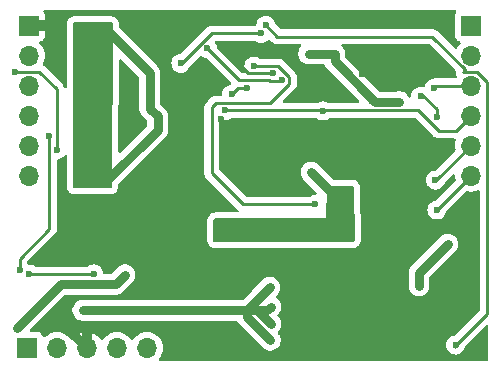
<source format=gbl>
%TF.GenerationSoftware,KiCad,Pcbnew,8.0.4*%
%TF.CreationDate,2025-01-10T16:33:03-05:00*%
%TF.ProjectId,X17-Data-Conversion,5831372d-4461-4746-912d-436f6e766572,rev?*%
%TF.SameCoordinates,Original*%
%TF.FileFunction,Copper,L2,Bot*%
%TF.FilePolarity,Positive*%
%FSLAX46Y46*%
G04 Gerber Fmt 4.6, Leading zero omitted, Abs format (unit mm)*
G04 Created by KiCad (PCBNEW 8.0.4) date 2025-01-10 16:33:03*
%MOMM*%
%LPD*%
G01*
G04 APERTURE LIST*
%TA.AperFunction,ComponentPad*%
%ADD10O,1.700000X1.700000*%
%TD*%
%TA.AperFunction,ComponentPad*%
%ADD11R,1.700000X1.700000*%
%TD*%
%TA.AperFunction,ViaPad*%
%ADD12C,0.600000*%
%TD*%
%TA.AperFunction,Conductor*%
%ADD13C,0.762000*%
%TD*%
%TA.AperFunction,Conductor*%
%ADD14C,0.254000*%
%TD*%
%TA.AperFunction,Conductor*%
%ADD15C,0.200000*%
%TD*%
G04 APERTURE END LIST*
D10*
%TO.P,J4,12,Pin_12*%
%TO.N,A-*%
X180272500Y-80540000D03*
%TO.P,J4,11,Pin_11*%
%TO.N,A+*%
X180272500Y-78000000D03*
%TO.P,J4,10,Pin_10*%
%TO.N,NRST_PSB*%
X180272500Y-75460000D03*
%TO.P,J4,9,Pin_9*%
%TO.N,I2C1_SCL*%
X180272500Y-72920000D03*
%TO.P,J4,8,Pin_8*%
%TO.N,GND*%
X180272500Y-70380000D03*
D11*
%TO.P,J4,7,Pin_7*%
%TO.N,5V*%
X180272500Y-67840000D03*
D10*
%TO.P,J4,6,Pin_6*%
%TO.N,PG*%
X142847500Y-80540000D03*
%TO.P,J4,5,Pin_5*%
%TO.N,ALERT1*%
X142847500Y-78000000D03*
%TO.P,J4,4,Pin_4*%
%TO.N,unconnected-(J4-Pin_4-Pad4)*%
X142847500Y-75460000D03*
%TO.P,J4,3,Pin_3*%
%TO.N,unconnected-(J4-Pin_3-Pad3)*%
X142847500Y-72920000D03*
%TO.P,J4,2,Pin_2*%
%TO.N,I2C1_SDA*%
X142847500Y-70380000D03*
D11*
%TO.P,J4,1,Pin_1*%
%TO.N,GND*%
X142847500Y-67840000D03*
%TD*%
%TO.P,J1,1,Pin_1*%
%TO.N,3.3V*%
X142680000Y-95120000D03*
D10*
%TO.P,J1,2,Pin_2*%
%TO.N,SWCLK*%
X145220000Y-95120000D03*
%TO.P,J1,3,Pin_3*%
%TO.N,GND*%
X147760000Y-95120000D03*
%TO.P,J1,4,Pin_4*%
%TO.N,SWDIO*%
X150300000Y-95120000D03*
%TO.P,J1,5,Pin_5*%
%TO.N,NRST_PSB*%
X152840000Y-95120000D03*
%TD*%
D12*
%TO.N,GND*%
X145100000Y-67830000D03*
%TO.N,3.3V*%
X141830000Y-93430000D03*
%TO.N,SWDIO*%
X141710000Y-71790000D03*
%TO.N,SWCLK*%
X144580000Y-77200000D03*
%TO.N,NRST_PSB*%
X167720000Y-75067000D03*
X159483000Y-75030000D03*
%TO.N,3.3V*%
X168730000Y-70260000D03*
X171920000Y-74250000D03*
X166740000Y-80270000D03*
X166520000Y-70210000D03*
X174190000Y-74270000D03*
X168480000Y-81850000D03*
X149400000Y-81010000D03*
X153735300Y-75515300D03*
X158820000Y-85890000D03*
X147060000Y-81000000D03*
X147080000Y-68090000D03*
X169950000Y-81840000D03*
X158830000Y-85250000D03*
X150980000Y-88950000D03*
X169150000Y-81860000D03*
X149350000Y-68150000D03*
X148170000Y-81010000D03*
X158830000Y-84580000D03*
X148160000Y-68130000D03*
X173030000Y-74310000D03*
%TO.N,SWCLK*%
X160019439Y-73640561D03*
X142050176Y-88561792D03*
X161269303Y-73116999D03*
%TO.N,SWDIO*%
X157950000Y-69780000D03*
X164280000Y-72490000D03*
%TO.N,5V*%
X147410000Y-91960000D03*
X163257000Y-89978264D03*
X163310000Y-91630000D03*
X175867000Y-89870682D03*
X163290000Y-94480000D03*
X178290000Y-86330000D03*
X163310000Y-93080000D03*
%TO.N,USART1_RX*%
X161885352Y-71264999D03*
X167090000Y-82970000D03*
%TO.N,USART1_DE*%
X177410000Y-75560000D03*
X176020000Y-73813000D03*
%TO.N,USART1_TX*%
X162900089Y-67803101D03*
X178967000Y-94888264D03*
%TO.N,A+*%
X177270000Y-80920000D03*
%TO.N,A-*%
X177380000Y-83450000D03*
%TO.N,I2C1_SCL*%
X177140000Y-73140000D03*
%TO.N,ALERT1*%
X162490000Y-68490000D03*
X155710000Y-71040000D03*
%TO.N,GND*%
X163500000Y-71891999D03*
X161680000Y-67070000D03*
X148867500Y-85460000D03*
X156160000Y-74047001D03*
X175827000Y-94109264D03*
X145670000Y-92690000D03*
X160610000Y-71110000D03*
X161070000Y-80180000D03*
X180315000Y-89865000D03*
X150960000Y-75180000D03*
X177020000Y-70780000D03*
X171055000Y-71955000D03*
X151200000Y-81280000D03*
X159070000Y-75760000D03*
%TO.N,SWDIO*%
X148340000Y-88860000D03*
X145210000Y-78350000D03*
X142860000Y-88870000D03*
%TD*%
D13*
%TO.N,GND*%
X145090000Y-67840000D02*
X145080000Y-67840000D01*
X145100000Y-67830000D02*
X145090000Y-67840000D01*
X145070000Y-67840000D02*
X145100000Y-67830000D01*
X142847500Y-67840000D02*
X145070000Y-67840000D01*
%TO.N,3.3V*%
X145538998Y-89741002D02*
X141850000Y-93430000D01*
X141850000Y-93430000D02*
X141830000Y-93430000D01*
X141830000Y-93450000D02*
X141830000Y-93430000D01*
D14*
%TO.N,SWCLK*%
X144583000Y-77197000D02*
X144583000Y-77195500D01*
X144580000Y-77200000D02*
X144583000Y-77197000D01*
X144583000Y-77203000D02*
X144580000Y-77200000D01*
%TO.N,NRST_PSB*%
X177449000Y-76650000D02*
X177460000Y-76650000D01*
X177460000Y-76650000D02*
X177570224Y-76760224D01*
X177570224Y-76760224D02*
X178972276Y-76760224D01*
X159483000Y-75030000D02*
X175829000Y-75030000D01*
X175829000Y-75030000D02*
X177449000Y-76650000D01*
X178972276Y-76760224D02*
X180272500Y-75460000D01*
X159483000Y-75030000D02*
X159473000Y-75040000D01*
D13*
%TO.N,3.3V*%
X173030000Y-74310000D02*
X174150000Y-74310000D01*
X166520000Y-70210000D02*
X168680000Y-70210000D01*
X168320000Y-81850000D02*
X166740000Y-80270000D01*
X153735300Y-76674700D02*
X149400000Y-81010000D01*
X168730000Y-70875923D02*
X172164077Y-74310000D01*
X174150000Y-74310000D02*
X174190000Y-74270000D01*
X168680000Y-70210000D02*
X168730000Y-70260000D01*
X141830000Y-93450000D02*
X141830000Y-93450000D01*
X172164077Y-74310000D02*
X173030000Y-74310000D01*
X150188998Y-89741002D02*
X150980000Y-88950000D01*
X145538998Y-89741002D02*
X150188998Y-89741002D01*
X153735300Y-75515300D02*
X153089000Y-74869000D01*
X168730000Y-70260000D02*
X168730000Y-70875923D01*
X168480000Y-81850000D02*
X168320000Y-81850000D01*
X153735300Y-75515300D02*
X153735300Y-76674700D01*
X153089000Y-74869000D02*
X153089000Y-71889000D01*
X153089000Y-71889000D02*
X149350000Y-68150000D01*
D14*
%TO.N,SWCLK*%
X144583000Y-85028614D02*
X144583000Y-77203000D01*
X161269303Y-73116999D02*
X160543001Y-73116999D01*
X160543001Y-73116999D02*
X160019439Y-73640561D01*
X142050176Y-87561438D02*
X144583000Y-85028614D01*
X142050176Y-88561792D02*
X142050176Y-87561438D01*
%TO.N,SWDIO*%
X164280000Y-72490000D02*
X164130000Y-72490000D01*
X163240288Y-72518999D02*
X164251001Y-72518999D01*
X157950000Y-69780000D02*
X160659999Y-72489999D01*
X163211288Y-72489999D02*
X163240288Y-72518999D01*
X160659999Y-72489999D02*
X163211288Y-72489999D01*
X164251001Y-72518999D02*
X164280000Y-72490000D01*
D13*
%TO.N,5V*%
X162307000Y-90938264D02*
X163237000Y-90008264D01*
X162980000Y-91960000D02*
X163310000Y-91630000D01*
X162190000Y-91960000D02*
X163310000Y-93080000D01*
X161285264Y-92475264D02*
X163290000Y-94480000D01*
X161285264Y-91960000D02*
X162980000Y-91960000D01*
X161285264Y-91960000D02*
X161285264Y-92475264D01*
X161285264Y-91960000D02*
X162190000Y-91960000D01*
X175867000Y-89870682D02*
X175867000Y-88753000D01*
X161285264Y-91960000D02*
X162307000Y-90938264D01*
X175867000Y-88753000D02*
X178290000Y-86330000D01*
X147410000Y-91960000D02*
X161285264Y-91960000D01*
D14*
%TO.N,USART1_RX*%
X164907000Y-72230288D02*
X164907000Y-72749712D01*
X158323000Y-74770288D02*
X158323000Y-80323000D01*
X164907000Y-72749712D02*
X163253712Y-74403000D01*
X158323000Y-80323000D02*
X160970000Y-82970000D01*
X160970000Y-82970000D02*
X167090000Y-82970000D01*
X161885352Y-71264999D02*
X163941711Y-71264999D01*
X163941711Y-71264999D02*
X164907000Y-72230288D01*
X158690288Y-74403000D02*
X158323000Y-74770288D01*
X163253712Y-74403000D02*
X158690288Y-74403000D01*
%TO.N,USART1_DE*%
X177360000Y-74920000D02*
X177360000Y-75510000D01*
X177360000Y-75510000D02*
X177410000Y-75560000D01*
X176020000Y-73813000D02*
X176253000Y-73813000D01*
X176253000Y-73813000D02*
X177360000Y-74920000D01*
%TO.N,USART1_TX*%
X163866988Y-68770000D02*
X176997970Y-68770000D01*
X181623000Y-72605970D02*
X181623000Y-92232264D01*
X180760030Y-71743000D02*
X181623000Y-72605970D01*
X178947000Y-94908264D02*
X178967000Y-94888264D01*
X176997970Y-68770000D02*
X179760000Y-71532030D01*
X178947000Y-95061264D02*
X178947000Y-94908264D01*
X179760000Y-71576000D02*
X179593000Y-71743000D01*
X181623000Y-92232264D02*
X178967000Y-94888264D01*
X162900089Y-67803101D02*
X163866988Y-68770000D01*
X179760000Y-71532030D02*
X179760000Y-71576000D01*
X179593000Y-71743000D02*
X180760030Y-71743000D01*
%TO.N,A+*%
X177352500Y-80920000D02*
X180272500Y-78000000D01*
X177270000Y-80920000D02*
X177352500Y-80920000D01*
%TO.N,A-*%
X180272500Y-80557500D02*
X180272500Y-80540000D01*
X177380000Y-83450000D02*
X180272500Y-80557500D01*
%TO.N,I2C1_SCL*%
X177140000Y-73140000D02*
X177360000Y-72920000D01*
X177360000Y-72920000D02*
X180272500Y-72920000D01*
%TO.N,ALERT1*%
X158353288Y-68490000D02*
X162490000Y-68490000D01*
X155710000Y-71040000D02*
X155803288Y-71040000D01*
X155803288Y-71040000D02*
X158353288Y-68490000D01*
%TO.N,GND*%
X161070000Y-77760000D02*
X161070000Y-80180000D01*
D13*
X147760000Y-95120000D02*
X146329000Y-93689000D01*
D14*
X163500000Y-71891999D02*
X161391999Y-71891999D01*
D13*
X146329000Y-93349000D02*
X145670000Y-92690000D01*
X146329000Y-93689000D02*
X146329000Y-93349000D01*
D14*
X161391999Y-71891999D02*
X160610000Y-71110000D01*
D13*
X142847500Y-67840000D02*
X142950000Y-67840000D01*
D14*
X159070000Y-75760000D02*
X161070000Y-77760000D01*
D15*
%TO.N,SWDIO*%
X142870000Y-88860000D02*
X142860000Y-88870000D01*
D14*
X148330000Y-88870000D02*
X142860000Y-88870000D01*
X148340000Y-88860000D02*
X148330000Y-88870000D01*
X148340000Y-88860000D02*
X148340000Y-88710000D01*
X145210000Y-75300000D02*
X145210000Y-73220000D01*
X145210000Y-78350000D02*
X145210000Y-75320000D01*
X141757000Y-71743000D02*
X141710000Y-71790000D01*
X145210000Y-73220000D02*
X143733000Y-71743000D01*
X143733000Y-71743000D02*
X141757000Y-71743000D01*
%TD*%
%TA.AperFunction,Conductor*%
%TO.N,GND*%
G36*
X178983051Y-66520185D02*
G01*
X179028806Y-66572989D01*
X179038750Y-66642147D01*
X179015279Y-66698811D01*
X178978704Y-66747668D01*
X178978702Y-66747671D01*
X178928408Y-66882517D01*
X178922001Y-66942116D01*
X178922000Y-66942135D01*
X178922000Y-68737870D01*
X178922001Y-68737876D01*
X178928408Y-68797483D01*
X178978702Y-68932328D01*
X178978706Y-68932335D01*
X179064952Y-69047544D01*
X179064955Y-69047547D01*
X179180164Y-69133793D01*
X179180171Y-69133797D01*
X179242402Y-69157007D01*
X179312098Y-69183002D01*
X179368031Y-69224873D01*
X179392449Y-69290337D01*
X179377598Y-69358610D01*
X179356447Y-69386865D01*
X179234386Y-69508926D01*
X179098900Y-69702420D01*
X179098898Y-69702424D01*
X179084349Y-69733624D01*
X179038175Y-69786063D01*
X178970981Y-69805213D01*
X178904101Y-69784996D01*
X178884287Y-69768898D01*
X177397983Y-68282593D01*
X177397977Y-68282588D01*
X177378021Y-68269254D01*
X177295209Y-68213920D01*
X177295196Y-68213913D01*
X177261755Y-68200062D01*
X177181005Y-68166614D01*
X177180997Y-68166612D01*
X177059777Y-68142500D01*
X177059773Y-68142500D01*
X164178269Y-68142500D01*
X164111230Y-68122815D01*
X164090588Y-68106181D01*
X163725941Y-67741534D01*
X163692456Y-67680211D01*
X163690403Y-67667749D01*
X163685457Y-67623846D01*
X163625878Y-67453579D01*
X163529905Y-67300839D01*
X163402351Y-67173285D01*
X163372348Y-67154433D01*
X163249612Y-67077312D01*
X163079343Y-67017732D01*
X163079338Y-67017731D01*
X162900093Y-66997536D01*
X162900085Y-66997536D01*
X162720839Y-67017731D01*
X162720834Y-67017732D01*
X162550565Y-67077312D01*
X162397826Y-67173285D01*
X162270273Y-67300838D01*
X162174299Y-67453579D01*
X162114719Y-67623851D01*
X162102423Y-67732983D01*
X162075356Y-67797397D01*
X162045177Y-67824091D01*
X162014302Y-67843492D01*
X161948328Y-67862500D01*
X158291480Y-67862500D01*
X158170261Y-67886611D01*
X158170261Y-67886612D01*
X158170258Y-67886613D01*
X158170254Y-67886614D01*
X158103358Y-67914323D01*
X158103356Y-67914323D01*
X158056056Y-67933916D01*
X158056052Y-67933918D01*
X158000937Y-67970745D01*
X158000937Y-67970746D01*
X157953277Y-68002590D01*
X155753566Y-70202301D01*
X155692243Y-70235786D01*
X155679769Y-70237840D01*
X155530749Y-70254630D01*
X155530745Y-70254631D01*
X155360476Y-70314211D01*
X155207737Y-70410184D01*
X155080184Y-70537737D01*
X154984211Y-70690476D01*
X154924631Y-70860745D01*
X154924630Y-70860750D01*
X154904435Y-71039996D01*
X154904435Y-71040003D01*
X154924630Y-71219249D01*
X154924631Y-71219254D01*
X154984211Y-71389523D01*
X155080184Y-71542262D01*
X155207738Y-71669816D01*
X155360478Y-71765789D01*
X155530745Y-71825368D01*
X155530750Y-71825369D01*
X155709996Y-71845565D01*
X155710000Y-71845565D01*
X155710004Y-71845565D01*
X155889249Y-71825369D01*
X155889252Y-71825368D01*
X155889255Y-71825368D01*
X156059522Y-71765789D01*
X156212262Y-71669816D01*
X156339816Y-71542262D01*
X156435789Y-71389522D01*
X156477363Y-71270708D01*
X156506721Y-71223984D01*
X157299916Y-70430789D01*
X157361237Y-70397306D01*
X157430929Y-70402290D01*
X157453567Y-70413479D01*
X157600473Y-70505787D01*
X157600477Y-70505788D01*
X157600478Y-70505789D01*
X157770745Y-70565368D01*
X157814635Y-70570313D01*
X157879048Y-70597378D01*
X157888433Y-70605852D01*
X159925567Y-72642986D01*
X159959052Y-72704309D01*
X159954068Y-72774001D01*
X159912196Y-72829934D01*
X159851775Y-72853886D01*
X159840184Y-72855193D01*
X159669917Y-72914771D01*
X159517176Y-73010745D01*
X159389623Y-73138298D01*
X159293650Y-73291037D01*
X159234070Y-73461306D01*
X159234069Y-73461311D01*
X159213874Y-73640557D01*
X159213874Y-73647525D01*
X159211806Y-73647525D01*
X159201489Y-73706435D01*
X159154142Y-73757816D01*
X159090322Y-73775500D01*
X158628480Y-73775500D01*
X158507261Y-73799612D01*
X158507249Y-73799615D01*
X158468973Y-73815469D01*
X158468974Y-73815470D01*
X158393056Y-73846916D01*
X158393052Y-73846918D01*
X158324906Y-73892451D01*
X158324907Y-73892452D01*
X158290277Y-73915590D01*
X158290274Y-73915593D01*
X158008572Y-74197297D01*
X157922992Y-74282877D01*
X157890607Y-74315262D01*
X157835586Y-74370282D01*
X157835585Y-74370284D01*
X157766233Y-74474077D01*
X157764586Y-74478681D01*
X157719614Y-74587252D01*
X157719612Y-74587260D01*
X157701070Y-74680479D01*
X157695500Y-74708480D01*
X157695500Y-80384807D01*
X157719612Y-80506028D01*
X157719613Y-80506032D01*
X157719614Y-80506035D01*
X157733683Y-80540000D01*
X157746308Y-80570478D01*
X157766915Y-80620229D01*
X157766920Y-80620238D01*
X157823875Y-80705477D01*
X157823874Y-80705477D01*
X157835586Y-80723005D01*
X157835594Y-80723014D01*
X160482589Y-83370008D01*
X160562577Y-83449996D01*
X160565400Y-83452819D01*
X160598884Y-83514143D01*
X160593900Y-83583834D01*
X160552028Y-83639768D01*
X160486563Y-83664184D01*
X160477718Y-83664500D01*
X158584000Y-83664500D01*
X158583991Y-83664500D01*
X158583990Y-83664501D01*
X158476549Y-83676052D01*
X158476537Y-83676054D01*
X158425027Y-83687260D01*
X158322502Y-83721383D01*
X158322496Y-83721386D01*
X158201462Y-83799171D01*
X158201451Y-83799179D01*
X158148659Y-83844923D01*
X158054433Y-83953664D01*
X158054430Y-83953668D01*
X157994664Y-84084534D01*
X157974976Y-84151582D01*
X157954500Y-84294001D01*
X157954500Y-86026205D01*
X157965962Y-86133247D01*
X157977082Y-86184570D01*
X158010949Y-86286749D01*
X158010950Y-86286753D01*
X158055208Y-86355873D01*
X158088535Y-86407922D01*
X158088540Y-86407927D01*
X158088543Y-86407932D01*
X158134197Y-86460798D01*
X158134199Y-86460799D01*
X158134201Y-86460802D01*
X158242780Y-86555205D01*
X158373558Y-86615194D01*
X158373560Y-86615194D01*
X158373561Y-86615195D01*
X158380176Y-86617149D01*
X158429975Y-86631862D01*
X158436345Y-86634378D01*
X158440566Y-86634992D01*
X158573877Y-86654386D01*
X158596968Y-86660049D01*
X158640745Y-86675368D01*
X158640749Y-86675368D01*
X158640751Y-86675369D01*
X158819996Y-86695565D01*
X158820000Y-86695565D01*
X158820004Y-86695565D01*
X158999249Y-86675369D01*
X158999250Y-86675368D01*
X158999255Y-86675368D01*
X159033212Y-86663485D01*
X159074369Y-86656527D01*
X170112904Y-86674986D01*
X170293632Y-86675289D01*
X170293632Y-86675288D01*
X170293636Y-86675289D01*
X170404117Y-86663258D01*
X170457017Y-86651505D01*
X170562189Y-86615626D01*
X170682406Y-86536572D01*
X170734727Y-86490265D01*
X170734729Y-86490263D01*
X170827803Y-86380541D01*
X170886195Y-86249042D01*
X170905174Y-86181800D01*
X170924153Y-86039178D01*
X170876772Y-81528454D01*
X170864196Y-81421586D01*
X170852547Y-81370402D01*
X170817636Y-81268617D01*
X170738804Y-81148255D01*
X170695830Y-81099519D01*
X170694448Y-81097820D01*
X170692588Y-81095842D01*
X170583044Y-81002571D01*
X170583036Y-81002566D01*
X170451661Y-80943939D01*
X170451652Y-80943936D01*
X170451650Y-80943935D01*
X170451643Y-80943933D01*
X170384440Y-80924831D01*
X170384442Y-80924831D01*
X170270187Y-80909413D01*
X170241858Y-80905590D01*
X170241856Y-80905590D01*
X170241849Y-80905589D01*
X168688110Y-80919041D01*
X168620903Y-80899938D01*
X168599356Y-80882727D01*
X167301927Y-79585296D01*
X167301926Y-79585295D01*
X167157543Y-79488822D01*
X166997128Y-79422377D01*
X166997118Y-79422374D01*
X166826823Y-79388500D01*
X166826821Y-79388500D01*
X166653179Y-79388500D01*
X166653177Y-79388500D01*
X166482881Y-79422374D01*
X166482871Y-79422377D01*
X166322456Y-79488822D01*
X166178073Y-79585295D01*
X166055295Y-79708073D01*
X165958822Y-79852456D01*
X165892377Y-80012871D01*
X165892374Y-80012881D01*
X165858500Y-80183176D01*
X165858500Y-80183179D01*
X165858500Y-80356821D01*
X165858500Y-80356823D01*
X165858499Y-80356823D01*
X165892374Y-80527118D01*
X165892377Y-80527128D01*
X165958822Y-80687543D01*
X166055295Y-80831926D01*
X166055296Y-80831927D01*
X167176125Y-81952754D01*
X167209610Y-82014077D01*
X167204626Y-82083768D01*
X167162755Y-82139702D01*
X167097290Y-82164119D01*
X167090716Y-82164353D01*
X166910750Y-82184630D01*
X166910745Y-82184631D01*
X166740476Y-82244211D01*
X166614300Y-82323494D01*
X166548328Y-82342500D01*
X161281281Y-82342500D01*
X161214242Y-82322815D01*
X161193600Y-82306181D01*
X158986819Y-80099400D01*
X158953334Y-80038077D01*
X158950500Y-80011719D01*
X158950500Y-75865016D01*
X158970185Y-75797977D01*
X159022989Y-75752222D01*
X159092147Y-75742278D01*
X159128309Y-75753300D01*
X159133472Y-75755787D01*
X159303745Y-75815368D01*
X159303750Y-75815369D01*
X159482996Y-75835565D01*
X159483000Y-75835565D01*
X159483004Y-75835565D01*
X159662249Y-75815369D01*
X159662252Y-75815368D01*
X159662255Y-75815368D01*
X159832522Y-75755789D01*
X159958700Y-75676505D01*
X160024672Y-75657500D01*
X167127060Y-75657500D01*
X167194099Y-75677185D01*
X167214741Y-75693819D01*
X167217738Y-75696816D01*
X167370478Y-75792789D01*
X167435008Y-75815369D01*
X167540745Y-75852368D01*
X167540750Y-75852369D01*
X167719996Y-75872565D01*
X167720000Y-75872565D01*
X167720004Y-75872565D01*
X167899249Y-75852369D01*
X167899252Y-75852368D01*
X167899255Y-75852368D01*
X168069522Y-75792789D01*
X168222262Y-75696816D01*
X168225259Y-75693819D01*
X168227671Y-75692501D01*
X168227705Y-75692475D01*
X168227709Y-75692480D01*
X168286582Y-75660334D01*
X168312940Y-75657500D01*
X175517719Y-75657500D01*
X175584758Y-75677185D01*
X175605400Y-75693819D01*
X176961589Y-77050008D01*
X177048992Y-77137411D01*
X177071988Y-77152776D01*
X177090772Y-77168191D01*
X177159205Y-77236624D01*
X177170217Y-77247636D01*
X177272984Y-77316303D01*
X177272997Y-77316310D01*
X177387184Y-77363607D01*
X177387189Y-77363609D01*
X177387193Y-77363609D01*
X177387194Y-77363610D01*
X177508418Y-77387724D01*
X178876817Y-77387724D01*
X178943856Y-77407409D01*
X178989611Y-77460213D01*
X178999555Y-77529371D01*
X178996592Y-77543817D01*
X178937438Y-77764586D01*
X178937436Y-77764596D01*
X178916841Y-77999999D01*
X178916841Y-78000000D01*
X178937436Y-78235403D01*
X178937438Y-78235413D01*
X178963758Y-78333641D01*
X178962095Y-78403491D01*
X178931664Y-78453415D01*
X177301408Y-80083671D01*
X177240085Y-80117156D01*
X177227611Y-80119210D01*
X177090749Y-80134630D01*
X177090745Y-80134631D01*
X176920476Y-80194211D01*
X176767737Y-80290184D01*
X176640184Y-80417737D01*
X176544211Y-80570476D01*
X176484631Y-80740745D01*
X176484630Y-80740750D01*
X176464435Y-80919996D01*
X176464435Y-80920003D01*
X176484630Y-81099249D01*
X176484631Y-81099254D01*
X176544211Y-81269523D01*
X176582106Y-81329832D01*
X176640184Y-81422262D01*
X176767738Y-81549816D01*
X176853115Y-81603462D01*
X176914942Y-81642311D01*
X176920478Y-81645789D01*
X177090745Y-81705368D01*
X177090750Y-81705369D01*
X177269996Y-81725565D01*
X177270000Y-81725565D01*
X177270004Y-81725565D01*
X177449249Y-81705369D01*
X177449252Y-81705368D01*
X177449255Y-81705368D01*
X177619522Y-81645789D01*
X177772262Y-81549816D01*
X177899816Y-81422262D01*
X177995789Y-81269522D01*
X178043170Y-81134111D01*
X178072528Y-81087389D01*
X178705160Y-80454758D01*
X178766483Y-80421273D01*
X178836175Y-80426257D01*
X178892108Y-80468129D01*
X178916525Y-80533593D01*
X178916693Y-80538318D01*
X178937436Y-80775403D01*
X178937438Y-80775413D01*
X178967456Y-80887443D01*
X178965793Y-80957293D01*
X178935362Y-81007217D01*
X177318432Y-82624147D01*
X177257109Y-82657632D01*
X177244637Y-82659686D01*
X177200745Y-82664632D01*
X177030478Y-82724210D01*
X176877737Y-82820184D01*
X176750184Y-82947737D01*
X176654211Y-83100476D01*
X176594631Y-83270745D01*
X176594630Y-83270750D01*
X176574435Y-83449996D01*
X176574435Y-83450003D01*
X176594630Y-83629249D01*
X176594631Y-83629254D01*
X176654211Y-83799523D01*
X176750184Y-83952262D01*
X176877738Y-84079816D01*
X176885247Y-84084534D01*
X176991949Y-84151580D01*
X177030478Y-84175789D01*
X177200745Y-84235368D01*
X177200750Y-84235369D01*
X177379996Y-84255565D01*
X177380000Y-84255565D01*
X177380004Y-84255565D01*
X177559249Y-84235369D01*
X177559252Y-84235368D01*
X177559255Y-84235368D01*
X177729522Y-84175789D01*
X177882262Y-84079816D01*
X178009816Y-83952262D01*
X178105789Y-83799522D01*
X178165368Y-83629255D01*
X178170313Y-83585361D01*
X178197378Y-83520951D01*
X178205842Y-83511575D01*
X179832886Y-81884531D01*
X179894207Y-81851048D01*
X179952658Y-81852439D01*
X179979436Y-81859614D01*
X180037092Y-81875063D01*
X180225418Y-81891539D01*
X180272499Y-81895659D01*
X180272500Y-81895659D01*
X180272501Y-81895659D01*
X180311734Y-81892226D01*
X180507908Y-81875063D01*
X180736163Y-81813903D01*
X180819095Y-81775230D01*
X180888173Y-81764739D01*
X180951957Y-81793259D01*
X180990196Y-81851735D01*
X180995500Y-81887613D01*
X180995500Y-91920982D01*
X180975815Y-91988021D01*
X180959181Y-92008663D01*
X178905432Y-94062411D01*
X178844109Y-94095896D01*
X178831637Y-94097950D01*
X178787745Y-94102896D01*
X178617478Y-94162474D01*
X178464737Y-94258448D01*
X178337184Y-94386001D01*
X178241211Y-94538740D01*
X178181631Y-94709009D01*
X178181630Y-94709014D01*
X178161435Y-94888260D01*
X178161435Y-94888267D01*
X178181630Y-95067513D01*
X178181631Y-95067518D01*
X178241211Y-95237787D01*
X178297661Y-95327626D01*
X178337184Y-95390526D01*
X178464738Y-95518080D01*
X178617478Y-95614053D01*
X178787745Y-95673632D01*
X178831876Y-95678603D01*
X178842167Y-95680204D01*
X178885197Y-95688764D01*
X178915085Y-95688764D01*
X178928969Y-95689544D01*
X178966998Y-95693829D01*
X178967000Y-95693829D01*
X178967004Y-95693829D01*
X179146249Y-95673633D01*
X179146252Y-95673632D01*
X179146255Y-95673632D01*
X179316522Y-95614053D01*
X179469262Y-95518080D01*
X179596816Y-95390526D01*
X179692789Y-95237786D01*
X179752368Y-95067519D01*
X179757313Y-95023625D01*
X179784378Y-94959215D01*
X179792842Y-94949839D01*
X181537820Y-93204861D01*
X181599142Y-93171378D01*
X181668834Y-93176362D01*
X181724767Y-93218234D01*
X181749184Y-93283698D01*
X181749500Y-93292544D01*
X181749500Y-96085500D01*
X181729815Y-96152539D01*
X181677011Y-96198294D01*
X181625500Y-96209500D01*
X153959758Y-96209500D01*
X153892719Y-96189815D01*
X153846964Y-96137011D01*
X153837020Y-96067853D01*
X153866045Y-96004297D01*
X153872077Y-95997819D01*
X153878495Y-95991401D01*
X154014035Y-95797830D01*
X154113903Y-95583663D01*
X154175063Y-95355408D01*
X154195659Y-95120000D01*
X154175063Y-94884592D01*
X154113903Y-94656337D01*
X154014035Y-94442171D01*
X154008731Y-94434595D01*
X153878494Y-94248597D01*
X153711402Y-94081506D01*
X153711395Y-94081501D01*
X153517834Y-93945967D01*
X153517830Y-93945965D01*
X153458011Y-93918071D01*
X153303663Y-93846097D01*
X153303659Y-93846096D01*
X153303655Y-93846094D01*
X153075413Y-93784938D01*
X153075403Y-93784936D01*
X152840001Y-93764341D01*
X152839999Y-93764341D01*
X152604596Y-93784936D01*
X152604586Y-93784938D01*
X152376344Y-93846094D01*
X152376335Y-93846098D01*
X152162171Y-93945964D01*
X152162169Y-93945965D01*
X151968597Y-94081505D01*
X151801505Y-94248597D01*
X151671575Y-94434158D01*
X151616998Y-94477783D01*
X151547500Y-94484977D01*
X151485145Y-94453454D01*
X151468425Y-94434158D01*
X151338494Y-94248597D01*
X151171402Y-94081506D01*
X151171395Y-94081501D01*
X150977834Y-93945967D01*
X150977830Y-93945965D01*
X150918011Y-93918071D01*
X150763663Y-93846097D01*
X150763659Y-93846096D01*
X150763655Y-93846094D01*
X150535413Y-93784938D01*
X150535403Y-93784936D01*
X150300001Y-93764341D01*
X150299999Y-93764341D01*
X150064596Y-93784936D01*
X150064586Y-93784938D01*
X149836344Y-93846094D01*
X149836335Y-93846098D01*
X149622171Y-93945964D01*
X149622169Y-93945965D01*
X149428597Y-94081505D01*
X149261508Y-94248594D01*
X149131269Y-94434595D01*
X149076692Y-94478219D01*
X149007193Y-94485412D01*
X148944839Y-94453890D01*
X148928119Y-94434594D01*
X148798113Y-94248926D01*
X148798108Y-94248920D01*
X148631082Y-94081894D01*
X148437578Y-93946399D01*
X148223491Y-93846568D01*
X148223488Y-93846567D01*
X148204500Y-93841479D01*
X148204500Y-94889897D01*
X148160099Y-94812993D01*
X148067007Y-94719901D01*
X147952993Y-94654075D01*
X147825826Y-94620000D01*
X147694174Y-94620000D01*
X147567007Y-94654075D01*
X147452993Y-94719901D01*
X147359901Y-94812993D01*
X147315500Y-94889897D01*
X147315500Y-93841480D01*
X147315499Y-93841479D01*
X147296511Y-93846567D01*
X147296508Y-93846568D01*
X147082422Y-93946399D01*
X147082420Y-93946400D01*
X146888926Y-94081886D01*
X146888920Y-94081891D01*
X146721891Y-94248920D01*
X146721890Y-94248922D01*
X146591880Y-94434595D01*
X146537303Y-94478219D01*
X146467804Y-94485412D01*
X146405450Y-94453890D01*
X146388730Y-94434594D01*
X146258494Y-94248597D01*
X146091402Y-94081506D01*
X146091395Y-94081501D01*
X145897834Y-93945967D01*
X145897830Y-93945965D01*
X145838011Y-93918071D01*
X145683663Y-93846097D01*
X145683659Y-93846096D01*
X145683655Y-93846094D01*
X145455413Y-93784938D01*
X145455403Y-93784936D01*
X145220001Y-93764341D01*
X145219999Y-93764341D01*
X144984596Y-93784936D01*
X144984586Y-93784938D01*
X144756344Y-93846094D01*
X144756335Y-93846098D01*
X144542171Y-93945964D01*
X144542169Y-93945965D01*
X144348600Y-94081503D01*
X144226673Y-94203430D01*
X144165350Y-94236914D01*
X144095658Y-94231930D01*
X144039725Y-94190058D01*
X144022810Y-94159081D01*
X143973797Y-94027671D01*
X143973793Y-94027664D01*
X143887547Y-93912455D01*
X143887544Y-93912452D01*
X143772335Y-93826206D01*
X143772328Y-93826202D01*
X143637482Y-93775908D01*
X143637483Y-93775908D01*
X143577883Y-93769501D01*
X143577881Y-93769500D01*
X143577873Y-93769500D01*
X143577865Y-93769500D01*
X143056491Y-93769500D01*
X142989452Y-93749815D01*
X142943697Y-93697011D01*
X142933753Y-93627853D01*
X142962778Y-93564297D01*
X142968810Y-93557819D01*
X144334706Y-92191924D01*
X144479808Y-92046822D01*
X146528499Y-92046822D01*
X146562374Y-92217118D01*
X146562377Y-92217128D01*
X146628821Y-92377540D01*
X146628828Y-92377553D01*
X146725293Y-92521922D01*
X146725296Y-92521926D01*
X146848073Y-92644703D01*
X146848077Y-92644706D01*
X146992446Y-92741171D01*
X146992459Y-92741178D01*
X147152871Y-92807622D01*
X147152876Y-92807624D01*
X147152880Y-92807624D01*
X147152881Y-92807625D01*
X147323177Y-92841500D01*
X147323180Y-92841500D01*
X160403524Y-92841500D01*
X160470563Y-92861185D01*
X160506626Y-92896609D01*
X160600557Y-93037188D01*
X162728071Y-95164702D01*
X162728074Y-95164704D01*
X162728076Y-95164706D01*
X162872454Y-95261175D01*
X163032876Y-95327625D01*
X163203174Y-95361499D01*
X163203178Y-95361500D01*
X163203179Y-95361500D01*
X163376822Y-95361500D01*
X163376823Y-95361499D01*
X163547124Y-95327625D01*
X163707547Y-95261175D01*
X163851924Y-95164706D01*
X163974706Y-95041924D01*
X164071175Y-94897547D01*
X164137625Y-94737124D01*
X164171500Y-94566821D01*
X164171500Y-94393179D01*
X164137625Y-94222876D01*
X164083866Y-94093092D01*
X164071176Y-94062456D01*
X164047934Y-94027671D01*
X163974706Y-93918076D01*
X163974704Y-93918074D01*
X163974702Y-93918071D01*
X163934311Y-93877680D01*
X163900826Y-93816357D01*
X163905810Y-93746665D01*
X163934309Y-93702319D01*
X163994706Y-93641923D01*
X164091175Y-93497546D01*
X164157624Y-93337124D01*
X164183933Y-93204863D01*
X164191500Y-93166823D01*
X164191500Y-92993176D01*
X164157625Y-92822881D01*
X164157624Y-92822880D01*
X164157624Y-92822876D01*
X164151307Y-92807625D01*
X164091177Y-92662456D01*
X163994704Y-92518073D01*
X163919311Y-92442680D01*
X163885826Y-92381357D01*
X163890810Y-92311665D01*
X163919310Y-92267318D01*
X163994705Y-92191924D01*
X164091174Y-92047547D01*
X164157624Y-91887124D01*
X164191499Y-91716821D01*
X164191499Y-91543180D01*
X164157624Y-91372877D01*
X164117204Y-91275296D01*
X164091175Y-91212455D01*
X163994703Y-91068074D01*
X163871925Y-90945296D01*
X163802535Y-90898932D01*
X163757729Y-90845320D01*
X163749022Y-90775995D01*
X163779176Y-90712967D01*
X163783717Y-90708174D01*
X163921706Y-90570187D01*
X164018175Y-90425810D01*
X164084625Y-90265388D01*
X164118500Y-90095084D01*
X164118500Y-89957504D01*
X174985499Y-89957504D01*
X175019374Y-90127800D01*
X175019377Y-90127810D01*
X175085821Y-90288222D01*
X175085828Y-90288235D01*
X175182293Y-90432604D01*
X175182296Y-90432608D01*
X175305073Y-90555385D01*
X175305077Y-90555388D01*
X175449446Y-90651853D01*
X175449459Y-90651860D01*
X175585350Y-90708147D01*
X175609876Y-90718306D01*
X175609880Y-90718306D01*
X175609881Y-90718307D01*
X175780177Y-90752182D01*
X175780180Y-90752182D01*
X175953822Y-90752182D01*
X176068394Y-90729391D01*
X176124124Y-90718306D01*
X176284547Y-90651857D01*
X176428923Y-90555388D01*
X176551706Y-90432605D01*
X176648175Y-90288229D01*
X176714624Y-90127806D01*
X176748500Y-89957502D01*
X176748500Y-89169491D01*
X176768185Y-89102452D01*
X176784819Y-89081810D01*
X178974703Y-86891926D01*
X178974705Y-86891924D01*
X179071174Y-86747547D01*
X179137624Y-86587124D01*
X179171499Y-86416821D01*
X179171499Y-86243180D01*
X179137624Y-86072877D01*
X179104399Y-85992665D01*
X179071175Y-85912455D01*
X178974703Y-85768074D01*
X178851925Y-85645296D01*
X178707544Y-85548824D01*
X178547123Y-85482376D01*
X178547115Y-85482374D01*
X178376824Y-85448501D01*
X178376820Y-85448501D01*
X178203179Y-85448501D01*
X178203174Y-85448501D01*
X178032883Y-85482374D01*
X178032875Y-85482376D01*
X177872454Y-85548824D01*
X177728073Y-85645296D01*
X177728072Y-85645297D01*
X175182296Y-88191072D01*
X175182295Y-88191073D01*
X175085822Y-88335456D01*
X175019377Y-88495871D01*
X175019374Y-88495883D01*
X175016471Y-88510478D01*
X174991063Y-88638215D01*
X174985500Y-88666180D01*
X174985500Y-89957502D01*
X174985500Y-89957504D01*
X174985499Y-89957504D01*
X164118500Y-89957504D01*
X164118500Y-89921443D01*
X164084625Y-89751140D01*
X164020276Y-89595789D01*
X164018176Y-89590718D01*
X163921704Y-89446337D01*
X163798926Y-89323559D01*
X163654545Y-89227087D01*
X163494124Y-89160639D01*
X163494116Y-89160637D01*
X163323825Y-89126764D01*
X163323821Y-89126764D01*
X163150180Y-89126764D01*
X163150175Y-89126764D01*
X162979883Y-89160637D01*
X162979875Y-89160639D01*
X162819457Y-89227087D01*
X162819447Y-89227092D01*
X162675076Y-89323557D01*
X161727634Y-90270999D01*
X160956453Y-91042181D01*
X160895130Y-91075666D01*
X160868772Y-91078500D01*
X147323178Y-91078500D01*
X147152881Y-91112374D01*
X147152871Y-91112377D01*
X146992459Y-91178821D01*
X146992446Y-91178828D01*
X146848077Y-91275293D01*
X146848073Y-91275296D01*
X146725296Y-91398073D01*
X146725293Y-91398077D01*
X146628828Y-91542446D01*
X146628821Y-91542459D01*
X146562377Y-91702871D01*
X146562374Y-91702881D01*
X146528500Y-91873177D01*
X146528500Y-91873180D01*
X146528500Y-92046820D01*
X146528500Y-92046822D01*
X146528499Y-92046822D01*
X144479808Y-92046822D01*
X145867809Y-90658821D01*
X145929132Y-90625336D01*
X145955490Y-90622502D01*
X150275821Y-90622502D01*
X150390391Y-90599711D01*
X150446122Y-90588626D01*
X150526373Y-90555385D01*
X150606541Y-90522179D01*
X150606542Y-90522178D01*
X150606545Y-90522177D01*
X150750922Y-90425708D01*
X151664706Y-89511923D01*
X151761175Y-89367546D01*
X151827625Y-89207124D01*
X151861500Y-89036821D01*
X151861500Y-88863179D01*
X151827625Y-88692876D01*
X151794400Y-88612664D01*
X151761176Y-88532454D01*
X151664704Y-88388073D01*
X151541926Y-88265295D01*
X151397545Y-88168823D01*
X151237124Y-88102375D01*
X151237116Y-88102373D01*
X151066825Y-88068500D01*
X151066821Y-88068500D01*
X150893179Y-88068500D01*
X150893174Y-88068500D01*
X150722883Y-88102373D01*
X150722875Y-88102375D01*
X150562457Y-88168823D01*
X150562447Y-88168828D01*
X150418076Y-88265293D01*
X150418073Y-88265296D01*
X149860187Y-88823183D01*
X149798864Y-88856668D01*
X149772506Y-88859502D01*
X149256322Y-88859502D01*
X149189283Y-88839817D01*
X149143528Y-88787013D01*
X149133102Y-88749385D01*
X149125369Y-88680752D01*
X149125368Y-88680747D01*
X149125368Y-88680745D01*
X149065789Y-88510478D01*
X148969816Y-88357738D01*
X148842262Y-88230184D01*
X148780022Y-88191076D01*
X148689523Y-88134211D01*
X148519254Y-88074631D01*
X148519249Y-88074630D01*
X148340004Y-88054435D01*
X148339996Y-88054435D01*
X148160750Y-88074630D01*
X148160745Y-88074631D01*
X147990476Y-88134211D01*
X147848385Y-88223494D01*
X147782413Y-88242500D01*
X143401672Y-88242500D01*
X143335700Y-88223494D01*
X143209523Y-88144211D01*
X143039254Y-88084631D01*
X143039249Y-88084630D01*
X142860004Y-88064435D01*
X142860003Y-88064435D01*
X142860001Y-88064435D01*
X142860000Y-88064435D01*
X142836392Y-88067094D01*
X142815557Y-88069442D01*
X142746736Y-88057386D01*
X142695357Y-88010035D01*
X142677676Y-87946221D01*
X142677676Y-87872719D01*
X142697361Y-87805680D01*
X142713995Y-87785038D01*
X145070408Y-85428625D01*
X145070411Y-85428622D01*
X145079642Y-85414806D01*
X145097729Y-85387739D01*
X145139076Y-85325857D01*
X145139083Y-85325847D01*
X145186385Y-85211649D01*
X145210500Y-85090417D01*
X145210500Y-79266321D01*
X145230185Y-79199282D01*
X145282989Y-79153527D01*
X145320612Y-79143101D01*
X145389255Y-79135368D01*
X145559522Y-79075789D01*
X145712262Y-78979816D01*
X145839816Y-78852262D01*
X145839822Y-78852251D01*
X145843552Y-78847576D01*
X145900740Y-78807435D01*
X145970551Y-78804585D01*
X146030822Y-78839929D01*
X146062416Y-78902248D01*
X146064500Y-78924888D01*
X146064500Y-81496000D01*
X146064934Y-81500033D01*
X146076052Y-81603450D01*
X146076054Y-81603462D01*
X146087260Y-81654972D01*
X146121383Y-81757497D01*
X146121386Y-81757503D01*
X146199171Y-81878537D01*
X146199179Y-81878548D01*
X146244923Y-81931340D01*
X146244926Y-81931343D01*
X146244930Y-81931347D01*
X146353664Y-82025567D01*
X146353667Y-82025568D01*
X146353668Y-82025569D01*
X146451560Y-82070276D01*
X146484541Y-82085338D01*
X146551580Y-82105023D01*
X146551584Y-82105024D01*
X146694000Y-82125500D01*
X146694003Y-82125500D01*
X149746783Y-82125500D01*
X149746792Y-82125500D01*
X149852661Y-82114289D01*
X149903449Y-82103411D01*
X150004624Y-82070276D01*
X150126159Y-81993265D01*
X150179255Y-81947849D01*
X150179257Y-81947847D01*
X150193741Y-81931347D01*
X150274172Y-81839716D01*
X150274171Y-81839716D01*
X150274173Y-81839715D01*
X150334779Y-81709222D01*
X150354892Y-81642310D01*
X150368230Y-81553577D01*
X150376279Y-81500033D01*
X150376279Y-81500032D01*
X150376846Y-81411395D01*
X150377368Y-81329831D01*
X150397481Y-81262920D01*
X150413679Y-81242949D01*
X154420006Y-77236624D01*
X154516475Y-77092247D01*
X154582924Y-76931824D01*
X154606191Y-76814855D01*
X154616800Y-76761523D01*
X154616800Y-75428478D01*
X154614422Y-75416526D01*
X154614420Y-75416518D01*
X154609003Y-75389283D01*
X154582924Y-75258176D01*
X154563166Y-75210476D01*
X154516478Y-75097759D01*
X154516476Y-75097755D01*
X154516475Y-75097753D01*
X154441861Y-74986086D01*
X154441861Y-74986085D01*
X154420007Y-74953378D01*
X154420006Y-74953377D01*
X154297223Y-74830594D01*
X154175109Y-74708480D01*
X154006819Y-74540189D01*
X153973334Y-74478866D01*
X153970500Y-74452508D01*
X153970500Y-71802180D01*
X153963261Y-71765789D01*
X153963261Y-71765788D01*
X153963261Y-71765786D01*
X153940220Y-71649953D01*
X153936625Y-71631877D01*
X153875984Y-71485477D01*
X153875984Y-71485476D01*
X153870178Y-71471459D01*
X153870171Y-71471446D01*
X153773707Y-71327078D01*
X153717339Y-71270710D01*
X153650923Y-71204294D01*
X150499238Y-68052609D01*
X150465753Y-67991286D01*
X150462922Y-67964141D01*
X150464691Y-67688030D01*
X150453490Y-67578924D01*
X150442287Y-67526619D01*
X150418107Y-67453579D01*
X150407819Y-67422500D01*
X150407817Y-67422496D01*
X150397669Y-67406706D01*
X150330029Y-67301457D01*
X150330024Y-67301451D01*
X150284280Y-67248659D01*
X150284276Y-67248656D01*
X150284274Y-67248653D01*
X150175540Y-67154433D01*
X150175537Y-67154431D01*
X150175535Y-67154430D01*
X150044669Y-67094664D01*
X150044664Y-67094662D01*
X150044663Y-67094662D01*
X149977624Y-67074977D01*
X149977626Y-67074977D01*
X149977621Y-67074976D01*
X149915551Y-67066052D01*
X149835204Y-67054500D01*
X146694000Y-67054500D01*
X146693991Y-67054500D01*
X146693990Y-67054501D01*
X146586549Y-67066052D01*
X146586537Y-67066054D01*
X146535027Y-67077260D01*
X146432502Y-67111383D01*
X146432496Y-67111386D01*
X146311462Y-67189171D01*
X146311451Y-67189179D01*
X146258659Y-67234923D01*
X146164433Y-67343664D01*
X146164430Y-67343668D01*
X146104664Y-67474534D01*
X146084976Y-67541582D01*
X146064500Y-67684001D01*
X146064500Y-73040412D01*
X146044815Y-73107451D01*
X145992011Y-73153206D01*
X145922853Y-73163150D01*
X145859297Y-73134125D01*
X145821523Y-73075347D01*
X145818883Y-73064603D01*
X145813387Y-73036972D01*
X145813384Y-73036963D01*
X145766086Y-72922772D01*
X145766079Y-72922760D01*
X145697411Y-72819992D01*
X145697408Y-72819988D01*
X144133007Y-71255588D01*
X144133004Y-71255585D01*
X144126749Y-71251407D01*
X144126741Y-71251397D01*
X144126739Y-71251400D01*
X144066153Y-71210918D01*
X144021349Y-71157305D01*
X144012642Y-71087980D01*
X144022663Y-71055411D01*
X144041778Y-71014418D01*
X144121403Y-70843663D01*
X144182563Y-70615408D01*
X144203159Y-70380000D01*
X144182563Y-70144592D01*
X144131195Y-69952881D01*
X144121405Y-69916344D01*
X144121404Y-69916343D01*
X144121403Y-69916337D01*
X144021535Y-69702171D01*
X144018668Y-69698077D01*
X143885996Y-69508600D01*
X143847385Y-69469989D01*
X143763679Y-69386283D01*
X143730196Y-69324963D01*
X143735180Y-69255271D01*
X143777051Y-69199337D01*
X143808029Y-69182422D01*
X143939586Y-69133354D01*
X143939593Y-69133350D01*
X144054687Y-69047190D01*
X144054690Y-69047187D01*
X144140850Y-68932093D01*
X144140854Y-68932086D01*
X144191096Y-68797379D01*
X144191098Y-68797372D01*
X144197499Y-68737844D01*
X144197500Y-68737827D01*
X144197500Y-68284500D01*
X143077602Y-68284500D01*
X143154507Y-68240099D01*
X143247599Y-68147007D01*
X143313425Y-68032993D01*
X143347500Y-67905826D01*
X143347500Y-67774174D01*
X143313425Y-67647007D01*
X143247599Y-67532993D01*
X143154507Y-67439901D01*
X143077602Y-67395500D01*
X144197500Y-67395500D01*
X144197500Y-66942172D01*
X144197499Y-66942155D01*
X144191098Y-66882627D01*
X144191096Y-66882620D01*
X144140854Y-66747913D01*
X144140852Y-66747910D01*
X144104097Y-66698812D01*
X144079679Y-66633348D01*
X144094530Y-66565075D01*
X144143935Y-66515669D01*
X144203363Y-66500500D01*
X178916012Y-66500500D01*
X178983051Y-66520185D01*
G37*
%TD.AperFunction*%
%TA.AperFunction,Conductor*%
G36*
X147359901Y-95427007D02*
G01*
X147452993Y-95520099D01*
X147529898Y-95564500D01*
X147439500Y-95564500D01*
X147372461Y-95544815D01*
X147326706Y-95492011D01*
X147315500Y-95440500D01*
X147315500Y-95350102D01*
X147359901Y-95427007D01*
G37*
%TD.AperFunction*%
%TA.AperFunction,Conductor*%
G36*
X148204500Y-95440500D02*
G01*
X148184815Y-95507539D01*
X148132011Y-95553294D01*
X148080500Y-95564500D01*
X147990102Y-95564500D01*
X148067007Y-95520099D01*
X148160099Y-95427007D01*
X148204500Y-95350102D01*
X148204500Y-95440500D01*
G37*
%TD.AperFunction*%
%TA.AperFunction,Conductor*%
G36*
X150650632Y-70697631D02*
G01*
X150656498Y-70703127D01*
X151342892Y-71389521D01*
X152171181Y-72217810D01*
X152204666Y-72279133D01*
X152207500Y-72305491D01*
X152207500Y-74782179D01*
X152207500Y-74955821D01*
X152207500Y-74955823D01*
X152207499Y-74955823D01*
X152241374Y-75126118D01*
X152241377Y-75126128D01*
X152307822Y-75286543D01*
X152404295Y-75430926D01*
X152404296Y-75430927D01*
X152817481Y-75844110D01*
X152850966Y-75905433D01*
X152853800Y-75931791D01*
X152853800Y-76258207D01*
X152834115Y-76325246D01*
X152817481Y-76345888D01*
X150607367Y-78556001D01*
X150546044Y-78589486D01*
X150476352Y-78584502D01*
X150420419Y-78542630D01*
X150396002Y-78477166D01*
X150395689Y-78467543D01*
X150444834Y-70790027D01*
X150464947Y-70723116D01*
X150518043Y-70677700D01*
X150587263Y-70668200D01*
X150650632Y-70697631D01*
G37*
%TD.AperFunction*%
%TA.AperFunction,Conductor*%
G36*
X163204156Y-69010434D02*
G01*
X163248504Y-69038935D01*
X163379577Y-69170008D01*
X163423883Y-69214314D01*
X163466981Y-69257412D01*
X163569748Y-69326079D01*
X163569761Y-69326086D01*
X163606986Y-69341505D01*
X163606987Y-69341505D01*
X163683954Y-69373386D01*
X163805180Y-69397499D01*
X163805184Y-69397500D01*
X163805185Y-69397500D01*
X163928791Y-69397500D01*
X165786508Y-69397500D01*
X165853547Y-69417185D01*
X165899302Y-69469989D01*
X165909246Y-69539147D01*
X165880221Y-69602703D01*
X165874189Y-69609181D01*
X165835296Y-69648073D01*
X165835293Y-69648077D01*
X165738828Y-69792446D01*
X165738821Y-69792459D01*
X165672377Y-69952871D01*
X165672374Y-69952881D01*
X165638500Y-70123177D01*
X165638500Y-70123180D01*
X165638500Y-70296820D01*
X165638500Y-70296822D01*
X165638499Y-70296822D01*
X165672374Y-70467118D01*
X165672377Y-70467128D01*
X165738821Y-70627540D01*
X165738828Y-70627553D01*
X165835293Y-70771922D01*
X165835296Y-70771926D01*
X165958073Y-70894703D01*
X165958077Y-70894706D01*
X166102446Y-70991171D01*
X166102459Y-70991178D01*
X166231479Y-71044619D01*
X166262876Y-71057624D01*
X166262880Y-71057624D01*
X166262881Y-71057625D01*
X166433177Y-71091500D01*
X166433180Y-71091500D01*
X167782313Y-71091500D01*
X167849352Y-71111185D01*
X167895107Y-71163989D01*
X167896874Y-71168048D01*
X167939397Y-71270710D01*
X167948825Y-71293470D01*
X167971281Y-71327078D01*
X168045295Y-71437849D01*
X168045296Y-71437850D01*
X170798267Y-74190819D01*
X170831752Y-74252142D01*
X170826768Y-74321834D01*
X170784896Y-74377767D01*
X170719432Y-74402184D01*
X170710586Y-74402500D01*
X168202787Y-74402500D01*
X168136815Y-74383494D01*
X168069522Y-74341210D01*
X168069518Y-74341209D01*
X167899262Y-74281633D01*
X167899249Y-74281630D01*
X167720004Y-74261435D01*
X167719996Y-74261435D01*
X167540750Y-74281630D01*
X167540737Y-74281633D01*
X167370481Y-74341209D01*
X167370477Y-74341210D01*
X167303185Y-74383494D01*
X167237213Y-74402500D01*
X164440993Y-74402500D01*
X164373954Y-74382815D01*
X164328199Y-74330011D01*
X164318255Y-74260853D01*
X164347280Y-74197297D01*
X164353312Y-74190819D01*
X165394408Y-73149723D01*
X165394411Y-73149720D01*
X165463083Y-73046945D01*
X165510385Y-72932747D01*
X165534500Y-72811515D01*
X165534500Y-72687909D01*
X165534500Y-72168485D01*
X165532719Y-72159530D01*
X165510386Y-72047254D01*
X165470399Y-71950717D01*
X165463083Y-71933055D01*
X165463082Y-71933054D01*
X165463079Y-71933048D01*
X165394412Y-71830281D01*
X165366311Y-71802180D01*
X165307008Y-71742877D01*
X164829126Y-71264995D01*
X164341722Y-70777590D01*
X164341721Y-70777589D01*
X164330174Y-70769874D01*
X164318782Y-70762262D01*
X164260196Y-70723116D01*
X164238949Y-70708919D01*
X164238937Y-70708912D01*
X164204214Y-70694530D01*
X164124746Y-70661613D01*
X164124738Y-70661611D01*
X164003518Y-70637499D01*
X164003514Y-70637499D01*
X162427024Y-70637499D01*
X162361052Y-70618493D01*
X162234875Y-70539210D01*
X162064606Y-70479630D01*
X162064601Y-70479629D01*
X161885356Y-70459434D01*
X161885348Y-70459434D01*
X161706102Y-70479629D01*
X161706097Y-70479630D01*
X161535828Y-70539210D01*
X161383089Y-70635183D01*
X161255536Y-70762736D01*
X161159563Y-70915475D01*
X161099983Y-71085744D01*
X161099982Y-71085749D01*
X161079787Y-71264995D01*
X161079787Y-71265002D01*
X161099982Y-71444248D01*
X161099983Y-71444253D01*
X161159563Y-71614523D01*
X161196010Y-71672526D01*
X161215011Y-71739763D01*
X161194644Y-71806598D01*
X161141376Y-71851813D01*
X161091017Y-71862499D01*
X160971280Y-71862499D01*
X160904241Y-71842814D01*
X160883599Y-71826180D01*
X158775852Y-69718433D01*
X158742367Y-69657110D01*
X158740314Y-69644648D01*
X158735368Y-69600745D01*
X158675789Y-69430478D01*
X158674750Y-69428825D01*
X158624400Y-69348694D01*
X158598498Y-69307471D01*
X158579499Y-69240236D01*
X158599867Y-69173400D01*
X158653134Y-69128186D01*
X158703493Y-69117500D01*
X161948328Y-69117500D01*
X162014300Y-69136506D01*
X162138130Y-69214314D01*
X162140478Y-69215789D01*
X162166439Y-69224873D01*
X162310745Y-69275368D01*
X162310750Y-69275369D01*
X162489996Y-69295565D01*
X162490000Y-69295565D01*
X162490004Y-69295565D01*
X162669249Y-69275369D01*
X162669252Y-69275368D01*
X162669255Y-69275368D01*
X162839522Y-69215789D01*
X162992262Y-69119816D01*
X163073145Y-69038932D01*
X163134464Y-69005450D01*
X163204156Y-69010434D01*
G37*
%TD.AperFunction*%
%TA.AperFunction,Conductor*%
G36*
X176753728Y-69417185D02*
G01*
X176774370Y-69433819D01*
X178929181Y-71588630D01*
X178962666Y-71649953D01*
X178965500Y-71676311D01*
X178965500Y-71804807D01*
X178989612Y-71926027D01*
X178989614Y-71926035D01*
X179010314Y-71976009D01*
X179036915Y-72040229D01*
X179036920Y-72040239D01*
X179076590Y-72099609D01*
X179097468Y-72166287D01*
X179078983Y-72233667D01*
X179027004Y-72280357D01*
X178973488Y-72292500D01*
X177298192Y-72292500D01*
X177176970Y-72316612D01*
X177176954Y-72316617D01*
X177147848Y-72328673D01*
X177114282Y-72337331D01*
X176960750Y-72354630D01*
X176790478Y-72414210D01*
X176637737Y-72510184D01*
X176510184Y-72637737D01*
X176414210Y-72790478D01*
X176357786Y-72951731D01*
X176317064Y-73008508D01*
X176252111Y-73034255D01*
X176206175Y-73028605D01*
X176206044Y-73029181D01*
X176200418Y-73027897D01*
X176199792Y-73027820D01*
X176199251Y-73027630D01*
X176020004Y-73007435D01*
X176019996Y-73007435D01*
X175840750Y-73027630D01*
X175840745Y-73027631D01*
X175670476Y-73087211D01*
X175517737Y-73183184D01*
X175390184Y-73310737D01*
X175294211Y-73463476D01*
X175234631Y-73633745D01*
X175234630Y-73633750D01*
X175214435Y-73812996D01*
X175214435Y-73816343D01*
X175213823Y-73818426D01*
X175213655Y-73819919D01*
X175213393Y-73819889D01*
X175194750Y-73883382D01*
X175141946Y-73929137D01*
X175072788Y-73939081D01*
X175009232Y-73910056D01*
X174975875Y-73863798D01*
X174971176Y-73852456D01*
X174971175Y-73852453D01*
X174874706Y-73708076D01*
X174874704Y-73708073D01*
X174751926Y-73585295D01*
X174607545Y-73488823D01*
X174447124Y-73422375D01*
X174447116Y-73422373D01*
X174276825Y-73388500D01*
X174276821Y-73388500D01*
X174103180Y-73388500D01*
X174103175Y-73388500D01*
X173932879Y-73422373D01*
X173930288Y-73423160D01*
X173894291Y-73428500D01*
X172580568Y-73428500D01*
X172513529Y-73408815D01*
X172492887Y-73392181D01*
X169647819Y-70547112D01*
X169614334Y-70485789D01*
X169611500Y-70459431D01*
X169611500Y-70173179D01*
X169611499Y-70173175D01*
X169605812Y-70144586D01*
X169577625Y-70002876D01*
X169513499Y-69848065D01*
X169511856Y-69843473D01*
X169511175Y-69842453D01*
X169438458Y-69733624D01*
X169414707Y-69698078D01*
X169404381Y-69687752D01*
X169339811Y-69623182D01*
X169339809Y-69623180D01*
X169339808Y-69623178D01*
X169325811Y-69609181D01*
X169292326Y-69547858D01*
X169297310Y-69478166D01*
X169339182Y-69422233D01*
X169404646Y-69397816D01*
X169413492Y-69397500D01*
X176686689Y-69397500D01*
X176753728Y-69417185D01*
G37*
%TD.AperFunction*%
%TA.AperFunction,Conductor*%
G36*
X142447401Y-68147007D02*
G01*
X142540493Y-68240099D01*
X142617398Y-68284500D01*
X142527000Y-68284500D01*
X142459961Y-68264815D01*
X142414206Y-68212011D01*
X142403000Y-68160500D01*
X142403000Y-68070102D01*
X142447401Y-68147007D01*
G37*
%TD.AperFunction*%
%TA.AperFunction,Conductor*%
G36*
X142540493Y-67439901D02*
G01*
X142447401Y-67532993D01*
X142403000Y-67609897D01*
X142403000Y-67519500D01*
X142422685Y-67452461D01*
X142475489Y-67406706D01*
X142527000Y-67395500D01*
X142617398Y-67395500D01*
X142540493Y-67439901D01*
G37*
%TD.AperFunction*%
%TD*%
%TA.AperFunction,Conductor*%
%TO.N,3.3V*%
G36*
X170313441Y-81430174D02*
G01*
X170359651Y-81482580D01*
X170371300Y-81533764D01*
X170418681Y-86044488D01*
X170399702Y-86111730D01*
X170347381Y-86158037D01*
X170294481Y-86169790D01*
X158583793Y-86150207D01*
X158516786Y-86130410D01*
X158471120Y-86077530D01*
X158460000Y-86026207D01*
X158460000Y-84294000D01*
X158479685Y-84226961D01*
X158532489Y-84181206D01*
X158584000Y-84170000D01*
X168000000Y-84170000D01*
X168057367Y-81550237D01*
X168078514Y-81483646D01*
X168132307Y-81439058D01*
X168180259Y-81428958D01*
X170246234Y-81411071D01*
X170313441Y-81430174D01*
G37*
%TD.AperFunction*%
%TD*%
%TA.AperFunction,Conductor*%
%TO.N,3.3V*%
G36*
X149902243Y-67579685D02*
G01*
X149947998Y-67632489D01*
X149959201Y-67684794D01*
X149870789Y-81496794D01*
X149850676Y-81563706D01*
X149797580Y-81609122D01*
X149746792Y-81620000D01*
X146694000Y-81620000D01*
X146626961Y-81600315D01*
X146581206Y-81547511D01*
X146570000Y-81496000D01*
X146570000Y-67684000D01*
X146589685Y-67616961D01*
X146642489Y-67571206D01*
X146694000Y-67560000D01*
X149835204Y-67560000D01*
X149902243Y-67579685D01*
G37*
%TD.AperFunction*%
%TD*%
M02*

</source>
